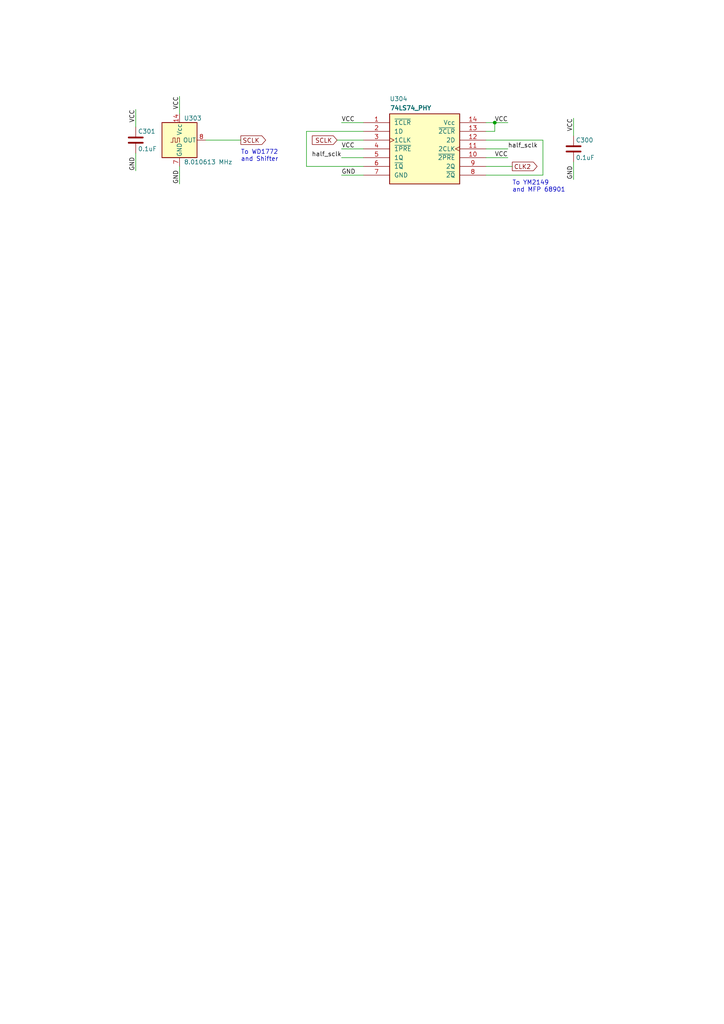
<source format=kicad_sch>
(kicad_sch (version 20211123) (generator eeschema)
  (paper "A4" portrait)
  (title_block (title "ReSTe mignon") (date "2022-07-13") (rev "mk0-0.1") (company "David SPORN") (comment 2 "original repository : https://github.com/sporniket/reste-mignon") (comment 4 "A remake of the Atari STe with some fixes applied and a target size of 25×18cm (B5)"))
  (lib_symbols
    (symbol "74x74:74LS74_PHY" (pin_names (offset 1.27))
      (property "Reference" "U" (at 0 0 0))
      (property "Value" "74LS74_PHY" (at 0 0 0))
      (symbol "74LS74_PHY_0_0"
        (rectangle (start -10.16 10.16) (end 10.16 -10.16) (stroke (width 0.254)) (fill (type background)))
        (pin input line (at -17.78 7.62 0) (length 7.62) (name "~{1CLR}") (number "1"))
        (pin input line (at 17.78 -2.54 180) (length 7.62) (name "~{2PRE}") (number "10"))
        (pin input clock (at 17.78 0 180) (length 7.62) (name "2CLK") (number "11"))
        (pin input line (at 17.78 2.54 180) (length 7.62) (name "2D") (number "12"))
        (pin input line (at 17.78 5.08 180) (length 7.62) (name "~{2CLR}") (number "13"))
        (pin power_in line (at 17.78 7.62 180) (length 7.62) (name "Vcc") (number "14"))
        (pin input line (at -17.78 5.08 0) (length 7.62) (name "1D") (number "2"))
        (pin input clock (at -17.78 2.54 0) (length 7.62) (name "1CLK") (number "3"))
        (pin input line (at -17.78 0 0) (length 7.62) (name "~{1PRE}") (number "4"))
        (pin output line (at -17.78 -2.54 0) (length 7.62) (name "1Q") (number "5"))
        (pin output line (at -17.78 -5.08 0) (length 7.62) (name "~{1Q}") (number "6"))
        (pin power_in line (at -17.78 -7.62 0) (length 7.62) (name "GND") (number "7"))
        (pin output line (at 17.78 -7.62 180) (length 7.62) (name "~{2Q}") (number "8"))
        (pin output line (at 17.78 -5.08 180) (length 7.62) (name "2Q") (number "9"))
      )
    )
    (symbol "Device:C" (pin_numbers hide) (pin_names (offset 0.254))
      (property "Reference" "C" (at 0.635 2.54 0))
      (property "Value" "C" (at 0.635 -2.54 0))
      (symbol "C_0_1"
        (polyline (pts (xy -2.032 -0.762) (xy 2.032 -0.762)) (stroke (width 0.508)))
        (polyline (pts (xy -2.032 0.762) (xy 2.032 0.762)) (stroke (width 0.508)))
      )
      (symbol "C_1_1"
        (pin passive line (at 0 3.81 270) (length 2.794) (name "~") (number "1"))
        (pin passive line (at 0 -3.81 90) (length 2.794) (name "~") (number "2"))
      )
    )
    (symbol "Oscillator:ACO-xxxMHz" (pin_names (offset 0.254))
      (property "Reference" "X" (at -5.08 6.35 0))
      (property "Value" "ACO-xxxMHz" (at 1.27 -6.35 0))
      (symbol "ACO-xxxMHz_0_1"
        (rectangle (start -5.08 5.08) (end 5.08 -5.08) (stroke (width 0.254)) (fill (type background)))
        (polyline (pts (xy -2.54 -0.635) (xy -1.905 -0.635) (xy -1.905 0.635) (xy -1.27 0.635) (xy -1.27 -0.635) (xy -0.635 -0.635) (xy -0.635 0.635) (xy 0 0.635) (xy 0 -0.635)))
      )
      (symbol "ACO-xxxMHz_1_1"
        (pin no_connect line (at -7.62 0 0) (length 2.54) hide (name "NC") (number "1"))
        (pin power_in line (at 0 7.62 270) (length 2.54) (name "Vcc") (number "14"))
        (pin power_in line (at 0 -7.62 90) (length 2.54) (name "GND") (number "7"))
        (pin output line (at 7.62 0 180) (length 2.54) (name "OUT") (number "8"))
      )
    )
  )
  (junction (at 143.51 35.56))
  (wire (pts (xy 143.51 35.56) (xy 147.32 35.56)))
  (wire (pts (xy 39.37 44.45) (xy 39.37 49.53)))
  (wire (pts (xy 99.06 43.18) (xy 105.41 43.18)))
  (wire (pts (xy 140.97 45.72) (xy 147.32 45.72)))
  (wire (pts (xy 140.97 50.8) (xy 157.48 50.8)))
  (wire (pts (xy 52.07 48.26) (xy 52.07 53.34)))
  (wire (pts (xy 140.97 35.56) (xy 143.51 35.56)))
  (wire (pts (xy 88.9 48.26) (xy 105.41 48.26)))
  (wire (pts (xy 97.79 40.64) (xy 105.41 40.64)))
  (wire (pts (xy 140.97 48.26) (xy 148.59 48.26)))
  (wire (pts (xy 166.37 46.99) (xy 166.37 52.07)))
  (wire (pts (xy 39.37 31.75) (xy 39.37 36.83)))
  (wire (pts (xy 88.9 48.26) (xy 88.9 38.1)))
  (wire (pts (xy 88.9 38.1) (xy 105.41 38.1)))
  (wire (pts (xy 99.06 35.56) (xy 105.41 35.56)))
  (wire (pts (xy 52.07 27.94) (xy 52.07 33.02)))
  (wire (pts (xy 140.97 43.18) (xy 147.32 43.18)))
  (wire (pts (xy 99.06 45.72) (xy 105.41 45.72)))
  (wire (pts (xy 166.37 34.29) (xy 166.37 39.37)))
  (wire (pts (xy 157.48 50.8) (xy 157.48 40.64)))
  (wire (pts (xy 59.69 40.64) (xy 69.85 40.64)))
  (wire (pts (xy 140.97 38.1) (xy 143.51 38.1)))
  (wire (pts (xy 143.51 38.1) (xy 143.51 35.56)))
  (wire (pts (xy 157.48 40.64) (xy 140.97 40.64)))
  (wire (pts (xy 99.06 50.8) (xy 105.41 50.8)))
  (text "To YM2149\nand MFP 68901" (at 148.59 55.88 0) (effects (font (size 1.27 1.27)) (justify left bottom)))
  (text "To WD1772 \nand Shifter" (at 69.85 46.99 0) (effects (font (size 1.27 1.27)) (justify left bottom)))
  (label "VCC" (at 39.37 31.75 270))
  (label "VCC" (at 147.32 45.72 180))
  (label "half_sclk" (at 99.06 45.72 180))
  (label "GND" (at 52.07 53.34 90))
  (label "VCC" (at 147.32 35.56 180))
  (label "GND" (at 39.37 49.53 90))
  (label "VCC" (at 99.06 35.56 0))
  (label "VCC" (at 52.07 27.94 270))
  (label "half_sclk" (at 147.32 43.18 0))
  (label "VCC" (at 99.06 43.18 0))
  (label "VCC" (at 166.37 34.29 270))
  (label "GND" (at 99.06 50.8 0))
  (label "GND" (at 166.37 52.07 90))
  (global_label "SCLK" (shape input) (at 97.79 40.64 180) (property "Intersheet References" "${INTERSHEET_REFS}" (effects hide)))
  (global_label "SCLK" (shape output) (at 69.85 40.64 0) (property "Intersheet References" "${INTERSHEET_REFS}" (effects hide)))
  (global_label "CLK2" (shape output) (at 148.59 48.26 0) (property "Intersheet References" "${INTERSHEET_REFS}" (effects hide)))
  (symbol (lib_id "Device:C") (at 166.37 43.18 0)
    (property "Reference" "C300" (at 167.005 40.64 0) (effects (justify left)))
    (property "Value" "0.1uF" (at 167.005 45.72 0) (effects (justify left)))
    (property "Footprint" "Capacitor_SMD:C_1206_3216Metric_Pad1.33x1.80mm_HandSolder" (effects hide))
  )
  (symbol (lib_id "Device:C") (at 39.37 40.64 0)
    (property "Reference" "C301" (at 40.005 38.1 0) (effects (justify left)))
    (property "Value" "0.1uF" (at 40.005 43.18 0) (effects (justify left)))
    (property "Footprint" "Capacitor_SMD:C_1206_3216Metric_Pad1.33x1.80mm_HandSolder" (effects hide))
  )
  (symbol (lib_id "74x74:74LS74_PHY") (at 123.19 43.18 0) (unit 1)
    (property "Reference" "U304" (at 113.03 27.94 0) (effects (justify left top)))
    (property "Value" "74LS74_PHY" (at 113.03 30.48 0) (effects (font bold) (justify left top)))
    (property "Footprint" "Package_DIP:DIP-14_W7.62mm_LongPads" (effects hide))
  )
  (symbol (lib_id "Oscillator:ACO-xxxMHz") (at 52.07 40.64 0)
    (property "Reference" "U303" (at 53.34 34.29 0) (effects (justify left)))
    (property "Value" "8.010613 MHz" (at 53.34 46.99 0) (effects (justify left)))
    (property "Footprint" "Oscillator:Oscillator_DIP-14" (effects hide))
    (property "Datasheet" "http://www.conwin.com/datasheets/cx/cx030.pdf" (effects hide))
  )
)
</source>
